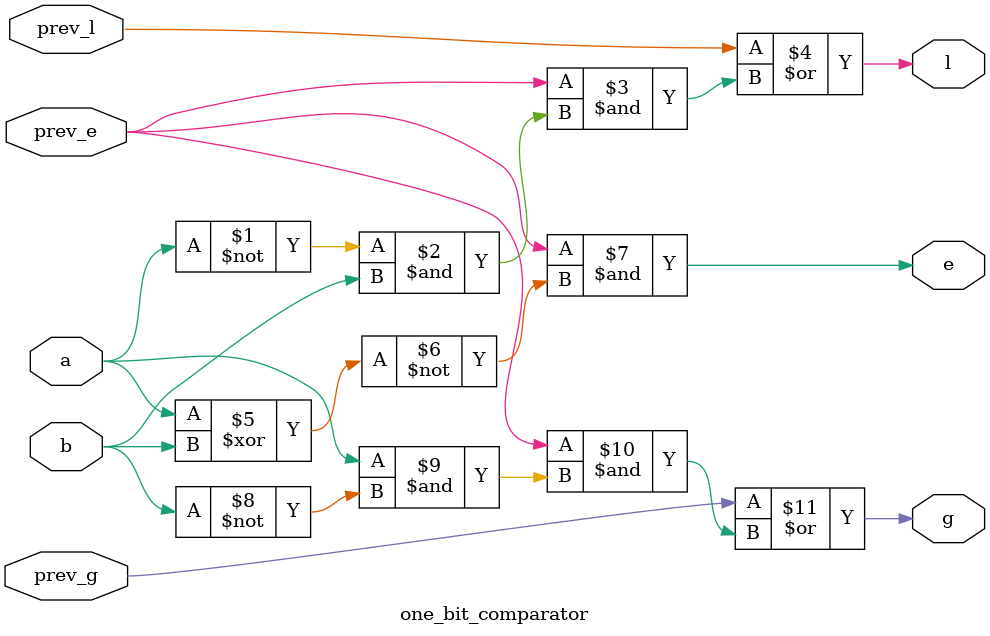
<source format=v>
module one_bit_comparator(input a,input b,input prev_l,input prev_e,input prev_g,output wire l,output wire e,output wire g);
	assign l=prev_l | (prev_e&((~a)&b));
	assign e=prev_e & (~(a^b));
	assign g= prev_g | (prev_e & (a&(~b)));
endmodule

</source>
